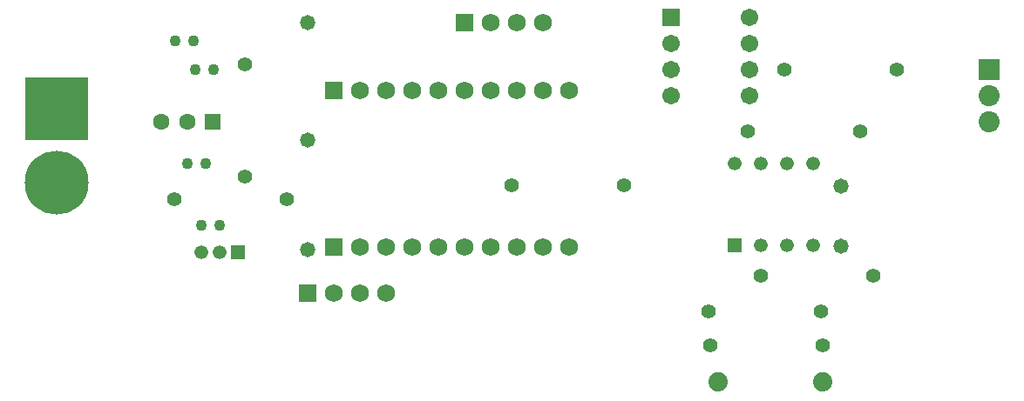
<source format=gts>
G04*
G04 #@! TF.GenerationSoftware,Altium Limited,Altium Designer,24.9.1 (31)*
G04*
G04 Layer_Color=8388736*
%FSLAX44Y44*%
%MOMM*%
G71*
G04*
G04 #@! TF.SameCoordinates,570542E3-00E4-430B-A899-0EB25D94C372*
G04*
G04*
G04 #@! TF.FilePolarity,Negative*
G04*
G01*
G75*
%ADD16C,6.2032*%
%ADD17R,6.2032X6.2032*%
%ADD18C,1.7272*%
%ADD19R,1.7272X1.7272*%
%ADD20R,2.0482X2.0482*%
%ADD21C,2.0482*%
%ADD22C,1.7032*%
%ADD23R,1.7032X1.7032*%
%ADD24R,1.3332X1.3332*%
%ADD25C,1.3332*%
%ADD26C,1.1032*%
%ADD27C,1.4032*%
%ADD28R,1.7272X1.7272*%
%ADD29C,1.6032*%
%ADD30R,1.6032X1.6032*%
%ADD31R,1.3232X1.3232*%
%ADD32C,1.3232*%
%ADD33C,1.8796*%
%ADD34C,1.4732*%
D16*
X406400Y684090D02*
D03*
D17*
Y756090D02*
D03*
D18*
X878840Y621030D02*
D03*
X904240D02*
D03*
Y773430D02*
D03*
X878840D02*
D03*
X701040Y621030D02*
D03*
X726440D02*
D03*
X751840D02*
D03*
X777240D02*
D03*
X802640D02*
D03*
X828040D02*
D03*
X853440D02*
D03*
Y773430D02*
D03*
X828040D02*
D03*
X802640D02*
D03*
X777240D02*
D03*
X751840D02*
D03*
X726440D02*
D03*
X701040D02*
D03*
X726440Y576580D02*
D03*
X675640D02*
D03*
X701040D02*
D03*
X878840Y839470D02*
D03*
X828040D02*
D03*
X853440D02*
D03*
D19*
X675640Y621030D02*
D03*
Y773430D02*
D03*
D20*
X1312700Y793750D02*
D03*
D21*
Y768350D02*
D03*
Y742950D02*
D03*
D22*
X1079500Y844550D02*
D03*
Y819150D02*
D03*
Y793750D02*
D03*
Y768350D02*
D03*
X1003300D02*
D03*
Y793750D02*
D03*
Y819150D02*
D03*
D23*
Y844550D02*
D03*
D24*
X1065530Y623240D02*
D03*
D25*
X1090930D02*
D03*
X1116330D02*
D03*
X1141730D02*
D03*
Y702640D02*
D03*
X1116330D02*
D03*
X1090930D02*
D03*
X1065530D02*
D03*
D26*
X565150Y642620D02*
D03*
X547370D02*
D03*
X551180Y702310D02*
D03*
X533400D02*
D03*
X558800Y793750D02*
D03*
X541020D02*
D03*
X521970Y821690D02*
D03*
X539750D02*
D03*
D27*
X1090930Y593090D02*
D03*
X1200150D02*
D03*
X1041400Y525780D02*
D03*
X1150620D02*
D03*
X1149350Y558800D02*
D03*
X1040130D02*
D03*
X589280Y798830D02*
D03*
Y689610D02*
D03*
X629920Y668020D02*
D03*
X520700D02*
D03*
X848360Y681498D02*
D03*
X957580D02*
D03*
X1113790Y793750D02*
D03*
X1223010D02*
D03*
X1187450Y734060D02*
D03*
X1078230D02*
D03*
D28*
X650240Y576580D02*
D03*
X802640Y839470D02*
D03*
D29*
X508400Y742950D02*
D03*
X533400D02*
D03*
D30*
X558400D02*
D03*
D31*
X582930Y615950D02*
D03*
D32*
X565150D02*
D03*
X547370D02*
D03*
D33*
X1049020Y490220D02*
D03*
X1150620D02*
D03*
D34*
X650240Y839470D02*
D03*
X1168400Y680720D02*
D03*
Y622300D02*
D03*
X650240Y618490D02*
D03*
Y725170D02*
D03*
M02*

</source>
